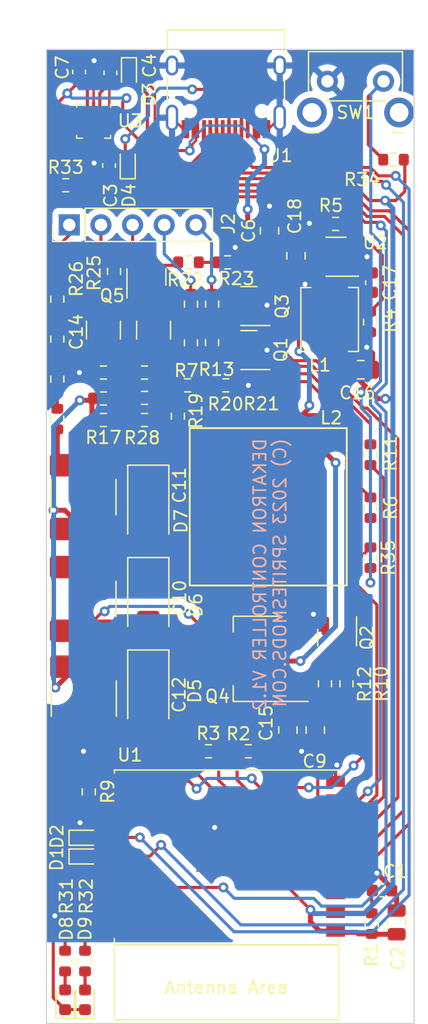
<source format=kicad_pcb>
(kicad_pcb (version 20221018) (generator pcbnew)
  (layers (0 "F.Cu" signal) (31 "B.Cu" signal) (34 "B.Paste" user) (35 "F.Paste" user) (36 "B.SilkS" user "B.Silkscreen") (37 "F.SilkS" user "F.Silkscreen") (38 "B.Mask" user) (39 "F.Mask" user) (44 "Edge.Cuts" user))
  (net 0 "")
  (net 1 "Net-(D4-A2)")
  (net 2 "GND")
  (net 3 "Net-(D3-A2)")
  (net 4 "+3V3")
  (net 5 "VUSB")
  (net 6 "PWM")
  (net 7 "USB_DM")
  (net 8 "USB_DP")
  (net 9 "Net-(D5-A)")
  (net 10 "Net-(D6-K)")
  (net 11 "400V")
  (net 12 "50V")
  (net 13 "G1")
  (net 14 "G2")
  (net 15 "Net-(U2-SW)")
  (net 16 "Net-(Q1-B)")
  (net 17 "ESP_SCL")
  (net 18 "ESP_SDA")
  (net 19 "V_HV")
  (net 20 "100V")
  (net 21 "G2CTL")
  (net 22 "G1CTL")
  (net 23 "POSDET")
  (net 24 "Net-(R24-Pad2)")
  (net 25 "Net-(U1-EN{slash}CHIP_PU)")
  (net 26 "Net-(J2-Pin_1)")
  (net 29 "Net-(Q2-B)")
  (net 30 "Net-(Q2-C)")
  (net 31 "Net-(Q3-B)")
  (net 32 "Net-(Q5-C)")
  (net 33 "Net-(R7-Pad2)")
  (net 34 "Net-(R13-Pad2)")
  (net 35 "Net-(R15-Pad2)")
  (net 36 "Net-(R16-Pad2)")
  (net 37 "Net-(R17-Pad2)")
  (net 38 "Net-(R18-Pad2)")
  (net 39 "Net-(R19-Pad2)")
  (net 40 "Net-(R27-Pad1)")
  (net 42 "Net-(U2-BS)")
  (net 43 "Net-(D8-A)")
  (net 44 "Net-(U2-FB)")
  (net 45 "200V")
  (net 46 "ESP_INT")
  (net 47 "Net-(D9-A)")
  (net 48 "Net-(U1-GPIO1{slash}ADC1_CH1{slash}XTAL_32K_N)")
  (net 49 "Net-(U1-GPIO9)")
  (net 50 "Net-(J2-Pin_3)")
  (net 51 "Net-(U1-GPIO0{slash}ADC1_CH0{slash}XTAL_32K_P)")
  (footprint "Resistor_SMD:R_0603_1608Metric" (layer "F.Cu") (at 123.9 102.25 -90)
    (fp_text reference "R9")
    (fp_text value "10K")
  )
  (footprint "Capacitor_SMD:C_0805_2012Metric" (layer "F.Cu") (at 142.075 97.3 -90)
    (fp_text reference "C9")
    (fp_text value "10uF/16V")
  )
  (footprint "Diode_SMD:D_SOD-523" (layer "F.Cu") (at 123.575 107.425)
    (fp_text reference "D1")
    (fp_text value "LESD5D5.0CT1G")
  )
  (footprint "Resistor_SMD:R_0603_1608Metric" (layer "F.Cu") (at 125.075 72.475)
    (fp_text reference "R17")
    (fp_text value "680K")
  )
  (footprint "Resistor_SMD:R_0603_1608Metric" (layer "F.Cu") (at 146.6 112.8 90)
    (fp_text reference "R1")
    (fp_text value "10K")
  )
  (footprint "Resistor_SMD:R_0603_1608Metric" (layer "F.Cu") (at 122 115.8 -90)
    (fp_text reference "R31")
    (fp_text value "1K")
  )
  (footprint "Capacitor_SMD:C_2220_5650Metric" (layer "F.Cu") (at 123.475 86.8 -90)
    (fp_text reference "C10")
    (fp_text value "1u/250V")
  )
  (footprint "Resistor_SMD:R_0603_1608Metric" (layer "F.Cu") (at 146.5 75.25 90)
    (fp_text reference "R11")
    (fp_text value "1K")
  )
  (footprint "Resistor_SMD:R_0603_1608Metric" (layer "F.Cu") (at 128.375 70.7 180)
    (fp_text reference "R28")
    (fp_text value "33K")
  )
  (footprint "Inductor_SMD:L_Chilisin_BMRA00040420" (layer "F.Cu") (at 143.225 64.425 -90)
    (fp_text reference "L1")
    (fp_text value "WCH0420-4u7")
  )
  (footprint "Capacitor_SMD:C_0603_1608Metric" (layer "F.Cu") (at 147.425 110.15)
    (fp_text reference "C1")
    (fp_text value "1u")
  )
  (footprint "Capacitor_SMD:C_0805_2012Metric" (layer "F.Cu") (at 148.6 112.7 90)
    (fp_text reference "C2")
    (fp_text value "10u")
  )
  (footprint "Capacitor_SMD:C_0603_1608Metric" (layer "F.Cu") (at 146.625 61.475 -90)
    (fp_text reference "C17")
    (fp_text value "22n")
  )
  (footprint "Connector_PinHeader_2.54mm:PinHeader_1x05_P2.54mm_Vertical" (layer "F.Cu") (at 122.335 56.85 90)
    (fp_text reference "J2")
    (fp_text value "Conn_01x05")
  )
  (footprint "LED_SMD:LED_0603_1608Metric" (layer "F.Cu") (at 123.6 118.9 90)
    (fp_text reference "D9")
    (fp_text value "LED")
  )
  (footprint "Resistor_SMD:R_0603_1608Metric" (layer "F.Cu") (at 125.075 68.675 180)
    (fp_text reference "R30" hide)
    (fp_text value "33K")
  )
  (footprint "Resistor_SMD:R_0603_1608Metric" (layer "F.Cu") (at 131.9 59.85)
    (fp_text reference "R22")
    (fp_text value "120K")
  )
  (footprint "Resistor_SMD:R_0603_1608Metric" (layer "F.Cu") (at 133.5 99)
    (fp_text reference "R3")
    (fp_text value "4K7")
  )
  (footprint "Connector_USB:USB_C_Receptacle_HRO_TYPE-C-31-M-12" (layer "F.Cu") (at 134.9 45.14 180)
    (fp_text reference "J1")
    (fp_text value "USB_C_Receptacle_USB2.0")
  )
  (footprint "Resistor_SMD:R_0603_1608Metric" (layer "F.Cu") (at 125.075 70.75 180)
    (fp_text reference "R27" hide)
    (fp_text value "33K")
  )
  (footprint "Resistor_SMD:R_0603_1608Metric" (layer "F.Cu") (at 123.6 115.8 90)
    (fp_text reference "R32")
    (fp_text value "1K")
  )
  (footprint "Package_TO_SOT_SMD:SOT-23" (layer "F.Cu") (at 136.75 63.35 180)
    (fp_text reference "Q3")
    (fp_text value "MMBTA42")
  )
  (footprint "Package_DFN_QFN:WQFN-14-1EP_2.5x2.5mm_P0.5mm_EP1.45x1.45mm" (layer "F.Cu") (at 124.2875 48.55 -90)
    (fp_text reference "U3")
    (fp_text value "FUSB302B01MPX")
  )
  (footprint "Resistor_SMD:R_0603_1608Metric" (layer "F.Cu") (at 148.35 51.625)
    (fp_text reference "R34")
    (fp_text value "1K")
  )
  (footprint "Diode_SMD:D_SMA" (layer "F.Cu") (at 128.675 79.6 -90)
    (fp_text reference "D7")
    (fp_text value "ES2J")
  )
  (footprint "Resistor_SMD:R_0603_1608Metric" (layer "F.Cu") (at 146.5 79.5 90)
    (fp_text reference "R6")
    (fp_text value "1K")
  )
  (footprint "jeroen:Inductor_CYH127" (layer "F.Cu") (at 138.3 79.425 -90)
    (fp_text reference "L2")
    (fp_text value "470uH/0.6A")
  )
  (footprint "Resistor_SMD:R_0603_1608Metric" (layer "F.Cu") (at 133.79 66.275 90)
    (fp_text reference "R13")
    (fp_text value "220K")
  )
  (footprint "Capacitor_SMD:C_0805_2012Metric" (layer "F.Cu") (at 145.725 68.45)
    (fp_text reference "C16")
    (fp_text value "10u")
  )
  (footprint "jeroen:PG-SOT-223" (layer "F.Cu") (at 137.4 91.6 180)
    (fp_text reference "Q4")
    (fp_text value "IPN70R750P7S")
  )
  (footprint "Package_TO_SOT_SMD:SOT-23" (layer "F.Cu") (at 128.525 61.025 90)
    (fp_text reference "Q5")
    (fp_text value "MMBTA92")
  )
  (footprint "Resistor_SMD:R_0603_1608Metric" (layer "F.Cu") (at 125.925 60.575 -90)
    (fp_text reference "R25")
    (fp_text value "120K")
  )
  (footprint "Capacitor_SMD:C_0805_2012Metric" (layer "F.Cu") (at 140.525 59.325 -90)
    (fp_text reference "C18")
    (fp_text value "10uF/16V")
  )
  (footprint "Resistor_SMD:R_0603_1608Metric" (layer "F.Cu") (at 135.05 59.85)
    (fp_text reference "R23")
    (fp_text value "6K8")
  )
  (footprint "Resistor_SMD:R_0603_1608Metric" (layer "F.Cu") (at 132.1 66.3 90)
    (fp_text reference "R7")
    (fp_text value "220K")
  )
  (footprint "Capacitor_SMD:C_0805_2012Metric" (layer "F.Cu") (at 139.875 97.3 -90)
    (fp_text reference "C15")
    (fp_text value "10uF/16V")
  )
  (footprint "Package_TO_SOT_SMD:SOT-23" (layer "F.Cu") (at 143.825 89.9 -90)
    (fp_text reference "Q2")
    (fp_text value "S8050_SOT23")
  )
  (footprint "Resistor_SMD:R_0603_1608Metric" (layer "F.Cu") (at 121.375 66 90)
    (fp_text reference "R24" hide)
    (fp_text value "180K")
  )
  (footprint "Resistor_SMD:R_0603_1608Metric" (layer "F.Cu") (at 143.7 56.775 180)
    (fp_text reference "R5")
    (fp_text value "27K")
  )
  (footprint "Diode_SMD:D_SMA" (layer "F.Cu") (at 128.675 94.4 -90)
    (fp_text reference "D5")
    (fp_text value "ES2J")
  )
  (footprint "Button_Switch_THT:SW_SPST_Omron_B3F-315x_Angled" (layer "F.Cu") (at 143.049999 45.35)
    (fp_text reference "SW1")
    (fp_text value "SW_Push")
  )
  (footprint "Resistor_SMD:R_0603_1608Metric" (layer "F.Cu") (at 131.05 72.175 90)
    (fp_text reference "R19")
    (fp_text value "680K")
  )
  (footprint "Diode_SMD:D_SOD-523" (layer "F.Cu") (at 127.025 51.9 90)
    (fp_text reference "D4")
    (fp_text value "LESD5D5.0CT1G")
  )
  (footprint "Resistor_SMD:R_0603_1608Metric" (layer "F.Cu") (at 134.9 69.7)
    (fp_text reference "R21")
    (fp_text value "6K8")
  )
  (footprint "Resistor_SMD:R_0603_1608Metric" (layer "F.Cu") (at 131.825 69.7)
    (fp_text reference "R20")
    (fp_text value "680K")
  )
  (footprint "Diode_SMD:D_SMA" (layer "F.Cu") (at 128.675 87 -90)
    (fp_text reference "D6")
    (fp_text value "ES2J")
  )
  (footprint "Resistor_SMD:R_0603_1608Metric" (layer "F.Cu") (at 128.375 72.475)
    (fp_text reference "R18" hide)
    (fp_text value "680K")
  )
  (footprint "Capacitor_SMD:C_2220_5650Metric" (layer "F.Cu") (at 123.475 78.65 -90)
    (fp_text reference "C11")
    (fp_text value "1u/250V")
  )
  (footprint "Capacitor_SMD:C_0603_1608Metric" (layer "F.Cu") (at 125.525 52.1 -90)
    (fp_text reference "C3")
    (fp_text value "200p")
  )
  (footprint "LED_SMD:LED_0603_1608Metric" (layer "F.Cu") (at 122 118.9 90)
    (fp_text reference "D8")
    (fp_text value "LED")
  )
  (footprint "Package_TO_SOT_SMD:SOT-23-6" (layer "F.Cu") (at 143.7375 59.4 180)
    (fp_text reference "U2")
    (fp_text value "MT2492")
  )
  (footprint "Resistor_SMD:R_0603_1608Metric" (layer "F.Cu") (at 121.375 62.8 90)
    (fp_text reference "R26")
    (fp_text value "180K")
  )
  (footprint "Resistor_SMD:R_0603_1608Metric" (layer "F.Cu") (at 122.05 53.675)
    (fp_text reference "R33")
    (fp_text value "4K7")
  )
  (footprint "Capacitor_SMD:C_1210_3225Metric" (layer "F.Cu") (at 129.1 65.275 90)
    (fp_text reference "C13" hide)
    (fp_text value "1u/100V")
  )
  (footprint "Capacitor_SMD:C_0603_1608Metric" (layer "F.Cu") (at 123.125 44.6 90)
    (fp_text reference "C7")
    (fp_text value "1u")
  )
  (footprint "Resistor_SMD:R_0603_1608Metric" (layer "F.Cu") (at 146.475 64.625 90)
    (fp_text reference "R4")
    (fp_text value "120K")
  )
  (footprint "Resistor_SMD:R_0603_1608Metric" (layer "F.Cu") (at 121.375 72.4 90)
    (fp_text reference "R15" hide)
    (fp_text value "180K")
  )
  (footprint "Diode_SMD:D_SOD-523" (layer "F.Cu") (at 123.575 105.925)
    (fp_text reference "D2")
    (fp_text value "LESD5D5.0CT1G")
  )
  (footprint "Resistor_SMD:R_0603_1608Metric" (layer "F.Cu") (at 132.1 63.2 90)
    (fp_text reference "R8" hide)
    (fp_text value "220K")
  )
  (footprint "Capacitor_SMD:C_1210_3225Metric" (layer "F.Cu") (at 125.075 65.275 -90)
    (fp_text reference "C14")
    (fp_text value "1u/100V")
  )
  (footprint "Espressif:ESP32-C3-WROOM-02" (layer "F.Cu") (at 134.95 107.5 180)
    (fp_text reference "U1")
    (fp_text value "ESP32-C3-WROOM-02")
  )
  (footprint "Diode_SMD:D_SOD-523" (layer "F.Cu") (at 127.125 44.725 -90)
    (fp_text reference "D3")
    (fp_text value "LESD5D5.0CT1G")
  )
  (footprint "Resistor_SMD:R_0603_1608Metric" (layer "F.Cu") (at 128.375 68.675 180)
    (fp_text reference "R29" hide)
    (fp_text value "33K")
  )
  (footprint "Resistor_SMD:R_0603_1608Metric" (layer "F.Cu") (at 146.5 83.5 -90)
    (fp_text reference "R35")
    (fp_text value "470R")
  )
  (footprint "Capacitor_SMD:C_0805_2012Metric" (layer "F.Cu") (at 138.4 57.325 90)
    (fp_text reference "C6")
    (fp_text value "10uF/16V")
  )
  (footprint "Resistor_SMD:R_0603_1608Metric" (layer "F.Cu") (at 133.8 63.2 90)
    (fp_text reference "R14" hide)
    (fp_text value "220K")
  )
  (footprint "Package_TO_SOT_SMD:SOT-23" (layer "F.Cu") (at 136.75 66.875 180)
    (fp_text reference "Q1")
    (fp_text value "MMBTA42")
  )
  (footprint "Resistor_SMD:R_0603_1608Metric" (layer "F.Cu") (at 142.85 93.6 90)
    (fp_text reference "R12")
    (fp_text value "680R")
  )
  (footprint "Resistor_SMD:R_0603_1608Metric" (layer "F.Cu") (at 144.575 93.6 90)
    (fp_text reference "R10")
    (fp_text value "1K")
  )
  (footprint "Capacitor_SMD:C_0603_1608Metric" (layer "F.Cu") (at 125.635 44.675 90)
    (fp_text reference "C4")
    (fp_text value "200p")
  )
  (footprint "Resistor_SMD:R_0603_1608Metric" (layer "F.Cu") (at 136.7 99 180)
    (fp_text reference "R2")
    (fp_text value "4K7")
  )
  (footprint "Capacitor_SMD:C_2220_5650Metric" (layer "F.Cu") (at 123.5 94.775 -90)
    (fp_text reference "C12")
    (fp_text value "1u/250V")
  )
  (footprint "Resistor_SMD:R_0603_1608Metric" (layer "F.Cu") (at 121.375 69.2 90)
    (fp_text reference "R16" hide)
    (fp_text value "180K")
  )
  (gr_line (start 120.5 42.8) (end 150 42.8) (stroke (width 0.1)) (layer "Edge.Cuts"))
  (gr_line (start 150 42.8) (end 150 120.8) (stroke (width 0.1)) (layer "Edge.Cuts"))
  (gr_line (start 120.5 120.8) (end 120.5 42.8) (stroke (width 0.1)) (layer "Edge.Cuts"))
  (gr_line (start 150 120.8) (end 120.5 120.8) (stroke (width 0.1)) (layer "Edge.Cuts"))
  (gr_text "DEKATRON CONTROLLER V1.2\n(C) 2023 SPRITESMODS.COM" (at 139.825 73.85 90) (layer "B.SilkS") (effects (font (size 1 1)) (justify left bottom mirror)))
  (segment (start 125.55 51.3) (end 125.525 51.325) (width 0.2) (layer "F.Cu") (net 1))
  (segment (start 136.15 46.55) (end 135.6 46) (width 0.25) (layer "F.Cu") (net 1))
  (segment (start 136.15 49.185) (end 136.15 46.55) (width 0.25) (layer "F.Cu") (net 1))
  (segment (start 135.6 46) (end 132.2 46) (width 0.25) (layer "F.Cu") (net 1))
  (segment (start 125.525 51.325) (end 126.9 51.325) (width 0.25) (layer "F.Cu") (net 1))
  (segment (start 124.7875 49.8125) (end 124.7875 50.5875) (width 0.25) (layer "F.Cu") (net 1))
  (segment (start 126.825 49.975) (end 126.825 51) (width 0.25) (layer "F.Cu") (net 1))
  (segment (start 124.7875 50.5875) (end 125.525 51.325) (width 0.25) (layer "F.Cu") (net 1))
  (segment (start 126.825 51) (end 127.025 51.2) (width 0.25) (layer "F.Cu") (net 1))
  (segment (start 125.55 49.3) (end 125.55 51.3) (width 0.2) (layer "F.Cu") (net 1))
  (segment (start 126.9 51.325) (end 127.025 51.2) (width 0.25) (layer "F.Cu") (net 1))
  (via (at 132.2 46) (size 0.8) (drill 0.4) (layers "F.Cu" "B.Cu") (net 1))
  (via (at 126.825 49.975) (size 0.8) (drill 0.4) (layers "F.Cu" "B.Cu") (net 1))
  (segment (start 132.2 46) (end 132.1 45.9) (width 0.25) (layer "B.Cu") (net 1))
  (segment (start 132.1 45.9) (end 129.575 45.9) (width 0.25) (layer "B.Cu") (net 1))
  (segment (start 128.7 48.1) (end 126.825 49.975) (width 0.25) (layer "B.Cu") (net 1))
  (segment (start 129.575 45.9) (end 128.7 46.775) (width 0.25) (layer "B.Cu") (net 1))
  (segment (start 128.7 46.775) (end 128.7 48.1) (width 0.25) (layer "B.Cu") (net 1))
  (segment (start 143.7 101.4) (end 143.7 100.2) (width 0.25) (layer "F.Cu") (net 2))
  (segment (start 122 119.6875) (end 123.6 119.6875) (width 0.25) (layer "F.Cu") (net 2))
  (segment (start 124.2 43.825) (end 124.325 43.7) (width 0.25) (layer "F.Cu") (net 2))
  (segment (start 148.2 110.15) (end 148.2 109.942069) (width 0.4) (layer "F.Cu") (net 2))
  (segment (start 132.89 108.3) (end 132.89 106.1) (width 0.25) (layer "F.Cu") (net 2))
  (segment (start 146.675 67.125) (end 146.2 66.65) (width 0.4) (layer "F.Cu") (net 2))
  (segment (start 148.6 110.55) (end 148.2 110.15) (width 0.4) (layer "F.Cu") (net 2))
  (segment (start 122.875 107.425) (end 122.875 105.925) (width 0.25) (layer "F.Cu") (net 2))
  (segment (start 127 43.9) (end 127.125 44.025) (width 0.25) (layer "F.Cu") (net 2))
  (segment (start 124.2875 51.8625) (end 124.325 51.9) (width 0.25) (layer "F.Cu") (net 2))
  (segment (start 140.55 89.3) (end 141.9 89.3) (width 0.25) (layer "F.Cu") (net 2))
  (segment (start 135.09 108.3) (end 132.89 108.3) (width 0.25) (layer "F.Cu") (net 2))
  (segment (start 137.675 62.425) (end 137.675 62.75) (width 0.25) (layer "F.Cu") (net 2))
  (segment (start 134.04 106.1) (end 134.04 105.14) (width 0.25) (layer "F.Cu") (net 2))
  (segment (start 126.75 52.875) (end 127.025 52.6) (width 0.25) (layer "F.Cu") (net 2))
  (segment (start 141.25 89.3) (end 141.425 89.125) (width 0.25) (layer "F.Cu") (net 2))
  (segment (start 124.15 67.675) (end 125.075 66.75) (width 0.25) (layer "F.Cu") (net 2))
  (segment (start 122.875 105.05) (end 123.2 104.725) (width 0.25) (layer "F.Cu") (net 2))
  (segment (start 121.05 112.3) (end 121.175 112.175) (width 0.25) (layer "F.Cu") (net 2))
  (segment (start 137.675 66.35) (end 138.2 66.875) (width 0.25) (layer "F.Cu") (net 2))
  (segment (start 123.7875 49.8125) (end 123.7875 51.3625) (width 0.25) (layer "F.Cu") (net 2))
  (segment (start 141.27 89.32) (end 141.25 89.3) (width 0.25) (layer "F.Cu") (net 2))
  (segment (start 124.2875 49.8125) (end 124.2875 51.8625) (width 0.25) (layer "F.Cu") (net 2))
  (segment (start 141.9 89.3) (end 141.9 88.05) (width 0.25) (layer "F.Cu") (net 2))
  (segment (start 141.25 89.3) (end 141.3 89.3) (width 0.25) (layer "F.Cu") (net 2))
  (segment (start 140.975 98.25) (end 139.875 98.25) (width 0.25) (layer "F.Cu") (net 2))
  (segment (start 142.875 56.775) (end 141.65 56.775) (width 0.25) (layer "F.Cu") (net 2))
  (segment (start 140.975 98.25) (end 140.975 99) (width 0.25) (layer "F.Cu") (net 2))
  (segment (start 148.2 109.942069) (end 147.016313 108.758382) (width 0.4) (layer "F.Cu") (net 2))
  (segment (start 134.04 107.2) (end 134.04 106.1) (width 0.25) (layer "F.Cu") (net 2))
  (segment (start 138.15 49.185) (end 138.305 49.185) (width 0.2) (layer "F.Cu") (net 2))
  (segment (start 141.9 88.05) (end 141.925 88.025) (width 0.25) (layer "F.Cu") (net 2))
  (segment (start 134.04 105.14) (end 134 105.1) (width 0.25) (layer "F.Cu") (net 2))
  (segment (start 125.635 43.9) (end 124.525 43.9) (width 0.25) (layer "F.Cu") (net 2))
  (segment (start 135.425 69.8) (end 136.975 69.8) (width 0.25) (layer "F.Cu") (net 2))
  (segment (start 124.15 68.675) (end 124.15 67.675) (width 0.25) (layer "F.Cu") (net 2))
  (segment (start 132.89 106.1) (end 135.09 106.1) (width 0.25) (layer "F.Cu") (net 2))
  (segment (start 138.4 56.375) (end 138.4 55.35) (width 0.4) (layer "F.Cu") (net 2))
  (segment (start 125.635 43.9) (end 127 43.9) (width 0.25) (layer "F.Cu") (net 2))
  (segment (start 123.475 97.15) (end 123.475 99) (width 0.25) (layer "F.Cu") (net 2))
  (segment (start 135.875 58.875) (end 135.65 58.65) (width 0.25) (layer "F.Cu") (net 2))
  (segment (start 137.675 62.75) (end 138.2 63.275) (width 0.25) (layer "F.Cu") (net 2))
  (segment (start 122 119.6875) (end 121.05 118.7375) (width 0.25) (layer "F.Cu") (net 2))
  (segment (start 135.09 106.1) (end 135.09 108.3) (width 0.25) (layer "F.Cu") (net 2))
  (segment (start 148.6 111.75) (end 148.6 110.55) (width 0.4) (layer "F.Cu") (net 2))
  (segment (start 135.725 69.7) (end 136.7 69.7) (width 0.25) (layer "F.Cu") (net 2))
  (segment (start 142.5375 89.3) (end 142.875 88.9625) (width 0.25) (layer "F.Cu") (net 2))
  (segment (start 123.7875 51.3625) (end 124.325 51.9) (width 0.25) (layer "F.Cu") (net 2))
  (segment (start 140.525 60.875) (end 141.25 61.6) (width 0.4) (layer "F.Cu") (net 2))
  (segment (start 143.7 100.2) (end 143.8 100.1) (width 0.25) (layer "F.Cu") (net 2))
  (segment (start 141.65 56.775) (end 141.6 56.725) (width 0.25) (layer "F.Cu") (net 2))
  (segment (start 125.525 52.875) (end 126.75 52.875) (width 0.25) (layer "F.Cu") (net 2))
  (segment (start 146.675 68.45) (end 146.675 67.125) (width 0.4) (layer "F.Cu") (net 2))
  (segment (start 131.65 49.185) (end 131.495 49.185) (width 0.2) (layer "F.Cu") (net 2))
  (segment (start 140.525 60.275) (end 140.525 60.875) (width 0.4) (layer "F.Cu") (net 2))
  (segment (start 135.875 59.85) (end 135.875 58.875) (width 0.25) (layer "F.Cu") (net 2))
  (segment (start 125.3 52.875) (end 124.325 51.9) (width 0.25) (layer "F.Cu") (net 2))
  (segment (start 146.225 59.4) (end 144.875 59.4) (width 0.4) (layer "F.Cu") (net 2))
  (segment (start 131.495 49.185) (end 130.58 48.27) (width 0.2) (layer "F.Cu") (net 2))
  (segment (start 138.305 49.185) (end 139.22 48.27) (width 0.2) (layer "F.Cu") (net 2))
  (segment (start 121.05 118.7375) (end 121.05 112.3) (width 0.25) (layer "F.Cu") (net 2))
  (segment (start 137.675 65.925) (end 137.675 66.35) (width 0.25) (layer "F.Cu") (net 2))
  (segment (start 124.15 68.675) (end 123.15 68.675) (width 0.25) (layer "F.Cu") (net 2))
  (segment (start 122.875 105.925) (end 122.875 105.05) (width 0.25) (layer "F.Cu") (net 2))
  (segment (start 124.2875 48.55) (end 124.2875 49.8125) (width 0.25) (layer "F.Cu") (net 2))
  (segment (start 142.075 98.25) (end 140.975 98.25) (width 0.25) (layer "F.Cu") (net 2))
  (segment (start 124.525 43.9) (end 124.325 43.7) (width 0.25) (layer "F.Cu") (net 2))
  (segment (start 125.525 52.875) (end 125.3 52.875) (width 0.25) (layer "F.Cu") (net 2))
  (segment (start 123.125 43.825) (end 124.2 43.825) (width 0.25) (layer "F.Cu") (net 2))
  (segment (start 141.9 89.3) (end 142.5375 89.3) (width 0.25) (layer "F.Cu") (net 2))
  (via (at 138.2 66.875) (size 0.8) (drill 0.4) (layers "F.Cu" "B.Cu") (net 2))
  (via (at 143.8 100.1) (size 0.8) (drill 0.4) (layers "F.Cu" "B.Cu") (net 2))
  (via (at 124.325 51.9) (size 0.8) (drill 0.4) (layers "F.Cu" "B.Cu") (net 2))
  (via (at 146.2 66.65) (size 0.8) (drill 0.4) (layers "F.Cu" "B.Cu") (net 2))
  (via (at 123.2 104.725) (size 0.8) (drill 0.4) (layers "F.Cu" "B.Cu") (net 2))
  (via (at 123.475 99) (size 0.8) (drill 0.4) (layers "F.Cu" "B.Cu") (net 2))
  (via (at 136.7 69.7) (size 0.8) (drill 0.4) (layers "F.Cu" "B.Cu") (net 2))
  (via (at 123.15 68.675) (size 0.8) (drill 0.4) (layers "F.Cu" "B.Cu") (net 2))
  (via (at 140.975 99) (size 0.8) (drill 0.4) (layers "F.Cu" "B.Cu") (net 2))
  (via (at 141.925 88.025) (size 0.8) (drill 0.4) (layers "F.Cu" "B.Cu") (net 2))
  (via (at 134 105.1) (size 0.8) (drill 0.4) (layers "F.Cu" "B.Cu") (net 2))
  (via (at 141.25 61.6) (size 0.8) (drill 0.4) (layers "F.Cu" "B.Cu") (net 2))
  (via (at 138.4 55.35) (size 0.8) (drill 0.4) (layers "F.Cu" "B.Cu") (net 2))
  (via (at 121.175 112.175) (size 0.8) (drill 0.4) (layers "F.Cu" "B.Cu") (net 2))
  (via (at 124.325 43.7) (size 0.8) (drill 0.4) (layers "F.Cu" "B.Cu") (net 2))
  (via (at 135.65 58.65) (size 0.8) (drill 0.4) (layers "F.Cu" "B.Cu") (net 2))
  (via (at 138.2 63.275) (size 0.8) (drill 0.4) (layers "F.Cu" "B.Cu") (net 2))
  (via (at 146.225 59.4) (size 0.8) (drill 0.4) (layers "F.Cu" "B.Cu") (net 2))
  (via (at 141.6 56.725) (size 0.8) (drill 0.4) (layers "F.Cu" "B.Cu") (net 2))
  (via (at 147.016313 108.758382) (size 0.8) (drill 0.4) (layers "F.Cu" "B.Cu") (net 2))
  (segment (start 130.7 52) (end 128.6 49.9) (width 0.25) (layer "F.Cu") (net 3))
  (segment (start 125.55 47.8) (end 125.55 45.535) (width 0.2) (layer "F.Cu") (net 3))
  (segment (start 124.7875 47.2875) (end 124.7875 46.2975) (width 0.25) (layer "F.Cu") (net 3))
  (segment (start 133.15 49.185) (end 133.1 49.235) (width 0.25) (layer "F.Cu") (net 3))
  (segment (start 133.1 49.235) (end 133.1 51) (width 0.25) (layer "F.Cu") (net 3))
  (segment (start 132.1 52) (end 130.7 52) (width 0.25) (layer "F.Cu") (net 3))
  (segment (start 127.675 45.45) (end 125.635 45.45) (width 0.25) (layer "F.Cu") (net 3))
  (segment (start 125.55 45.535) (end 125.635 45.45) (width 0.2) (layer "F.Cu") (net 3))
  (segment (start 124.7875 46.2975) (end 125.635 45.45) (width 0.25) (layer "F.Cu") (net 3))
  (segment (start 128.6 49.9) (end 128.6 46.375) (width 0.25) (layer "F.Cu") (net 3))
  (segment (start 133.1 51) (end 132.1 52) (width 0.25) (layer "F.Cu") (net 3))
  (segment (start 128.6 46.375) (end 127.675 45.45) (width 0.25) (layer "F.Cu") (net 3))
  (segment (start 132.675 100.55) (end 132.675 99) (width 0.25) (layer "F.Cu") (net 4))
  (segment (start 138.1 108.1) (end 138.1 106.3) (width 0.25) (layer "F.Cu") (net 4))
  (segment (start 138.1 106.3) (end 132.675 100.875) (width 0.25) (layer "F.Cu") (net 4))
  (segment (start 145.75 70) (end 146.0375 69.7125) (width 0.25) (layer "F.Cu") (net 4))
  (segment (start 146.0375 69.7125) (end 144.775 68.45) (width 0.4) (layer "F.Cu") (net 4))
  (segment (start 149.258805 51.708805) (end 149.258805 54.1665) (width 0.25) (layer "F.Cu") (net 4))
  (segment (start 149.258805 54.1665) (end 148.525305 54.9) (width 0.25) (layer "F.Cu") (net 4))
  (segment (start 143.8 113.5) (end 143.7 113.4) (width 0.4) (layer "F.Cu") (net 4))
  (segment (start 146.6 113.625) (end 145.525 113.625) (width 0.4) (layer "F.Cu") (net 4))
  (segment (start 121.4 47.1) (end 123.125 45.375) (width 0.25) (layer "F.Cu") (net 4))
  (segment (start 121.4 48.375) (end 121.4 47.825) (width 0.25) (layer "F.Cu") (net 4))
  (segment (start 126.675 48.8) (end 127.425 49.55) (width 0.2) (layer "F.Cu") (net 4))
  (segment (start 141.6875 111.6875) (end 141.6875 112.6625) (width 0.4) (layer "F.Cu") (net 4))
  (segment (start 149.175 51.625) (end 149.258805 51.708805) (width 0.25) (layer "F.Cu") (net 4))
  (segment (start 145.4 113.5) (end 143.8 113.5) (width 0.4) (layer "F.Cu") (net 4))
  (segment (start 147.7 70.775) (end 147.1 70.775) (width 0.4) (layer "F.Cu") (net 4))
  (segment (start 144.05 65.45) (end 146.475 65.45) (width 0.25) (layer "F.Cu") (net 4))
  (segment (start 145.525 113.625) (end 145.4 113.5) (width 0.4) (layer "F.Cu") (net 4))
  (segment (start 145.75 70.25) (end 145.75 70) (width 0.25) (layer "F.Cu") (net 4))
  (segment (start 133.3 97.7) (end 136.8 97.7) (width 0.25) (layer "F.Cu") (net 4))
  (segment (start 148.6 113.65) (end 146.625 113.65) (width 0.4) (layer "F.Cu") (net 4))
  (segment (start 132.675 98.325) (end 133.3 97.7) (width 0.25) (layer "F.Cu") (net 4))
  (segment (start 137.525 98.425) (end 137.525 99) (width 0.25) (layer "F.Cu") (net 4))
  (segment (start 146.4 54.9) (end 147.675 54.9) (width 0.25) (layer "F.Cu") (net 4))
  (segment (start 121.4 47.825) (end 121.4 47.1) (width 0.25) (layer "F.Cu") (net 4))
  (segment (start 127.425 49.55) (end 131.025 53.15) (width 0.25) (layer "F.Cu") (net 4))
  (segment (start 132.675 100.875) (end 132.675 100.55) (width 0.25) (layer "F.Cu") (net 4))
  (segment (start 124.775 100.55) (end 123.9 101.425) (width 0.25) (layer "F.Cu") (net 4))
  (segment (start 123.7875 47.2875) (end 123.7875 46.0375) (width 0.25) (layer "F.Cu") (net 4))
  (segment (start 146.625 113.65) (end 146.6 113.625) (width 0.4) (layer "F.Cu") (net 4))
  (segment (start 121.225 48.55) (end 121.4 48.375) (width 0.25) (layer "F.Cu") (net 4))
  (segment (start 132.675 99) (end 132.675 98.325) (width 0.25) (layer "F.Cu") (net 4))
  (segment (start 121.225 53.675) (end 121.225 48.55) (width 0.25) (layer "F.Cu") (net 4))
  (segment (start 141.6875 112.6625) (end 142.425 113.4) (width 0.4) (layer "F.Cu") (net 4))
  (segment (start 126.625 48.75) (end 126.675 48.8) (width 0.2) (layer "F.Cu") (net 4))
  (segment (start 146.5 84.325) (end 146.5 85.5) (width 0.25) (layer "F.Cu") (net 4))
  (segment (start 141.6875 111.6875) (end 138.1 108.1) (width 0.25) (layer "F.Cu") (net 4))
  (segment (start 123.025 47.8) (end 121.425 47.8) (width 0.25) (layer "F.Cu") (net 4))
  (segment (start 143.225 66.275) (end 143.225 66.9) (width 0.4) (layer "F.Cu") (net 4))
  (segment (start 126.625 48.3) (end 126.625 48.75) (width 0.2) (layer "F.Cu") (net 4))
  (segment (start 136.8 97.7) (end 137.525 98.425) (width 0.25) (layer "F.Cu") (net 4))
  (segment (start 147.1 70.775) (end 146.0375 69.7125) (width 0.4) (layer "F.Cu") (net 4))
  (segment (start 126.625 47) (end 126.925 46.7) (width 0.25) (layer "F.Cu") (net 4))
  (segment (start 144.65 53.15) (end 146.4 54.9) (width 0.25) (layer "F.Cu") (net 4))
  (segment (start 126.625 48.3) (end 126.625 47) (width 0.25) (layer "F.Cu") (net 4))
  (segment (start 121.425 47.8) (end 121.4 47.825) (width 0.25) (layer "F.Cu") (net 4))
  (segment (start 143.225 66.9) (end 144.775 68.45) (width 0.4) (layer "F.Cu") (net 4))
  (segment (start 142.425 113.4) (end 143.7 113.4) (width 0.4) (layer "F.Cu") (net 4))
  (segment (start 125.55 48.8) (end 126.675 48.8) (width 0.2) (layer "F.Cu") (net 4))
  (segment (start 123.7875 46.0375) (end 123.125 45.375) (width 0.25) (layer "F.Cu") (net 4))
  (segment (start 143.225 66.275) (end 144.05 65.45) (width 0.25) (layer "F.Cu") (net 4))
  (segment (start 125.55 48.3) (end 126.625 48.3) (width 0.2) (layer "F.Cu") (net 4))
  (segment (start 132.675 100.55) (end 124.775 100.55) (width 0.25) (layer "F.Cu") (net 4))
  (segment (start 148.525305 54.9) (end 147.675 54.9) (width 0.25) (layer "F.Cu") (net 4))
  (segment (start 131.025 53.15) (end 144.65 53.15) (width 0.25) (layer "F.Cu") (net 4))
  (via (at 126.925 46.7) (size 0.8) (drill 0.4) (layers "F.Cu" "B.Cu") (net 4))
  (via (at 145.75 70.25) (size 0.8) (drill 0.4) (layers "F.Cu" "B.Cu") (net 4))
  (via (at 122.175 46.325) (size 0.8) (drill 0.4) (layers "F.Cu" "B.Cu") (net 4))
  (via (at 141.6875 111.6875) (size 0.8) (drill 0.4) (layers "F.Cu" "B.Cu") (net 4))
  (via (at 147.7 70.775) (size 0.8) (drill 0.4) (layers "F.Cu" "B.Cu") (net 4))
  (via (at 146.5 85.5) (size 0.8) (drill 0.4) (layers "F.Cu" "B.Cu") (net 4))
  (via (at 147.675 54.9) (size 0.8) (drill 0.4) (layers "F.Cu" "B.Cu") (net 4))
  (segment (start 148.3 55.525) (end 148.3 70.775) (width 0.4) (layer "B.Cu") (net 4))
  (segment (start 145.967462 112) (end 142 112) (width 0.4) (layer "B.Cu") (net 4))
  (segment (start 142 112) (end 141.6875 111.6875) (width 0.4) (layer "B.Cu") (net 4))
  (segment (start 147.675 54.9) (end 148.3 55.525) (width 0.4) (layer "B.Cu") (net 4))
  (segment (start 148.3 70.775) (end 147.7 70.775) (width 0.4) (layer "B.Cu") (net 4))
  (segment (start 122.55 46.7) (end 122.175 46.325) (width 0.25) (layer "B.Cu") (net 4))
  (segment (start 146.5 85.5) (end 146.5 72.25) (width 0.25) (layer "B.Cu") (net 4))
  (segment (start 148.3 109.667462) (end 145.967462 112) (width 0.4) (layer "B.Cu") (net 4))
  (segment (start 146.5 72.25) (end 145.75 71.5) (width 0.25) (layer "B.Cu") (net 4))
  (segment (start 145.75 71.5) (end 145.75 70.25) (width 0.25) (layer "B.Cu") (net 4))
  (segment (start 148.3 70.775) (end 148.3 109.667462) (width 0.4) (layer "B.Cu") (net 4))
  (segment (start 126.925 46.7) (end 122.55 46.7) (width 0.25) (layer "B.Cu") (net 4))
  (segment (start 142.85 94.425) (end 142.85 95.7) (width 0.25) (layer "F.Cu") (net 5))
  (segment (start 140.875 91.775) (end 139.9 91.775) (width 0.4) (layer "F.Cu") (net 5))
  (segment (start 129.2 46.075) (end 129.2 49.5) (width 0.2) (layer "F.Cu") (net 5))
  (segment (start 132.2 50.4) (end 132.2 50.7) (width 0.2) (layer "F.Cu") (net 5))
  (segment (start 132.5 50.1) (end 132.2 50.4) (width 0.2) (layer "F.Cu") (net 5))
  (segment (start 141.6 71.3) (end 141.6 71.5) (width 0.4) (layer "F.Cu") (net 5))
  (segment (start 138 50.8) (end 137.35 50.15) (width 0.2) (layer "F.Cu") (net 5))
  (segment (start 132.5 49.235) (end 132.5 50.1) (width 0.2) (layer "F.Cu") (net 5))
  (segment (start 142.85 95.7) (end 142.15 96.4) (width 0.25) (layer "F.Cu") (net 5))
  (segment (start 138.7 95.175) (end 139.875 96.35) (width 0.4) (layer "F.Cu") (net 5))
  (segment (start 137.35 50.15) (end 137.35 49.185) (width 0.2) (layer "F.Cu") (net 5))
  (segment (start 142.525 58.375) (end 142.6 58.45) (width 0.4) (layer "F.Cu") (net 5))
  (segment (start 138.8 60.7) (end 138.842462 60.7) (width 0.4) (layer "F.Cu") (net 5))
  (segment (start 132.45 49.185) (end 132.5 49.235) (width 0.2) (layer "F.Cu") (net 5))
  (segment (start 137.4 59.3) (end 137.4 59.275) (width 0.4) (layer "F.Cu") (net 5))
  (segment (start 124.775 44.65) (end 127.775 44.65) (width 0.2) (layer "F.Cu") (net 5))
  (segment (start 124.2875 47.2875) (end 124.2875 45.1375) (width 0.2) (layer "F.Cu") (net 5))
  (segment (start 130.6 50.9) (end 129.2 49.5) (width 0.25) (layer "F.Cu") (net 5))
  (segment (start 138.5 74.6) (end 142.4 74.6) (width 0.4) (layer "F.Cu") (net 5))
  (segment (start 136.65 55.6) (end 136.65 58.55) (width 0.4) (layer "F.Cu") (net 5))
  (segment (start 142.4 74.6) (end 143.7 75.9) (width 0.4) (layer "F.Cu") (net 5))
  (segment (start 132 50.9) (end 130.6 50.9) (width 0.25) (layer "F.Cu") (net 5))
  (segment (start 124.2875 45.1375) (end 124.775 44.65) (width 0.2) (layer "F.Cu") (net 5))
  (segment (start 140.425 58.275) (end 140.525 58.375) (width 0.4) (layer "F.Cu") (net 5))
  (segment (start 127.775 44.65) (end 129.2 46.075) (width 0.2) (layer "F.Cu") (net 5))
  (segment (start 141.6 71.5) (end 138.5 74.6) (width 0.4) (layer "F.Cu") (net 5))
  (segment (start 140.8 62.657538) (end 140.8 66.975) (width 0.4) (layer "F.Cu") (net 5))
  (segment (start 136.65 58.55) (end 137.4 59.3) (width 0.4) (layer "F.Cu") (net 5))
  (segment (start 138.7 92.975) (end 138.7 95.175) (width 0.4) (layer "F.Cu") (net 5))
  (segment (start 142.6 58.45) (end 142.6 59.4) (width 0.4) (layer "F.Cu") (net 5))
  (segment (start 142.075 96.35) (end 139.875 96.35) (width 0.25) (layer "F.Cu") (net 5))
  (segment (start 138.842462 60.7) (end 140.8 62.657538) (width 0.4) (layer "F.Cu") (net 5))
  (segment (start 140.525 58.375) (end 142.525 58.375) (width 0.4) (layer "F.Cu") (net 5))
  (segment (start 138.4 58.275) (end 140.425 58.275) (width 0.4) (layer "F.Cu") (net 5))
  (segment (start 139.9 91.775) (end 138.7 92.975) (width 0.4) (layer "F.Cu") (net 5))
  (segment (start 132.2 50.7) (end 132 50.9) (width 0.2) (layer "F.Cu") (net 5))
  (segment (start 137.4 59.3) (end 138.8 60.7) (width 0.4) (layer "F.Cu") (net 5))
  (segment (start 137.4 59.275) (end 138.4 58.275) (width 0.4) (layer "F.Cu") (net 5))
  (via (at 132 50.9) (size 0.8) (drill 0.4) (layers "F.Cu" "B.Cu") (net 5))
  (via (at 136.65 55.6) (size 0.8) (drill 0.4) (layers "F.Cu" "B.Cu") (net 5))
  (via (at 143.7 75.9) (size 0.8) (drill 0.4) (layers "F.Cu" "B.Cu") (net 5))
  (via (at 141.6 71.3) (size 0.8) (drill 0.4) (layers "F.Cu" "B.Cu") (net 5))
  (via (at 138 50.8) (size 0.8) (drill 0.4) (layers "F.Cu" "B.Cu") (net 5))
  (via (at 140.875 91.775) (size 0.8) (drill 0.4) (layers "F.Cu" "B.Cu") (net 5))
  (via (at 140.8 66.975) (size 0.8) (drill 0.4) (layers "F.Cu" "B.Cu") (net 5))
  (segment (start 138 51.975) (end 138 50.8) (width 0.4) (layer "B.Cu") (net 5))
  (segment (start 132 50.2) (end 133.3 48.9) (width 0.2) (layer "B.Cu") (net 5))
  (segment (start 143.7 75.9) (end 143.7 89) (width 0.4) (layer "B.Cu") (net 5))
  (segment (start 140.925 91.775) (end 140.875 91.775) (width 0.4) (layer "B.Cu") (net 5))
  (segment (start 143.7 89) (end 140.925 91.775) (width 0.4) (layer "B.Cu") (net 5))
  (segment (start 136.65 53.325) (end 138 51.975) (width 0.4) (layer "B.Cu") (net 5))
  (segment (start 141.6 67.775) (end 141.6 71.3) (width 0.4) (layer "B.Cu") (net 5))
  (segment (start 140.8 66.975) (end 141.6 67.775) (width 0.4) (layer "B.Cu") (net 5))
  (segment (start 132 50.9) (end 132 50.2) (width 0.2) (layer "B.Cu") (net 5))
  (segment (start 136.1 48.9) (end 138 50.8) (width 0.2) (layer "B.Cu") (net 5))
  (segment (start 133.3 48.9) (end 136.1 48.9) (width 0.2) (layer "B.Cu") (net 5))
  (segment (start 136.65 55.6) (end 136.65 53.325) (width 0.4) (layer "B.Cu") (net 5))
  (segment (start 123.9 103.075) (end 125.925 103.075) (width 0.25) (layer "F.Cu") (net 6))
  (segment (start 142.275 100.25) (end 144.575 97.95) (width 0.25) (layer "F.Cu") (net 6))
  (segment (start 127 103) (end 128 103) (width 0.25) (layer "F.Cu") (net 6))
  (segment (start 144.575 97.95) (end 144.575 94.425) (width 0.25) (layer "F.Cu") (net 6))
  (segment (start 129.6 101.4) (end 131.95 101.4) (width 0.25) (layer "F.Cu") (net 6))
  (segment (start 136.975 101.175) (end 136.975 101.25) (width 0.25) (layer "F.Cu") (net 6))
  (segment (start 128 103) (end 129.6 101.4) (width 0.25) (layer "F.Cu") (net 6))
  (segment (start 142.275 102.95) (end 142.275 100.25) (width 0.25) (layer "F.Cu") (net 6))
  (segment (start 139.1 103.375) (end 141.85 103.375) (width 0.25) (layer "F.Cu") (net 6))
  (segment (start 141.85 103.375) (end 142.275 102.95) (width 0.25) (layer "F.Cu") (net 6))
  (segment (start 136.975 101.25) (end 139.1 103.375) (width 0.25) (layer "F.Cu") (net 6))
  (segment (start 131.95 101.4) (end 132.55 102) (width 0.25) (layer "F.Cu") (net 6))
  (via (at 136.975 101.175) (size 0.8) (drill 0.4) (layers "F.Cu" "B.Cu") (net 6))
  (via (at 132.55 102) (size 0.8) (drill 0.4) (layers "F.Cu" "B.Cu") (net 6))
  (segment (start 133.375 101.175) (end 132.55 102) (width 0.25) (layer "B.Cu") (net 6))
  (segment (start 136.975 101.175) (end 133.375 101.175) (width 0.25) (layer "B.Cu") (net 6))
  (segment (start 135.125 51.1) (end 135.9 51.1) (width 0.25) (layer "F.Cu") (net 7))
  (segment (start 135.65 49.185) (end 135.65 50.85) (width 0.25) (layer "F.Cu") (net 7))
  (segment (start 128 105.9) (end 126.2 105.9) (width 0.25) (layer "F.Cu") (net 7))
  (segment (start 146.475 52.25) (end 137.05 52.25) (width 0.25) (layer "F.Cu") (net 7))
  (segment (start 134.65 50.625) (end 135.125 51.1) (width 0.25) (layer "F.Cu") (net 7))
  (segment (start 135.65 50.85) (end 135.9 51.1) (width 0.25) (layer "F.Cu") (net 7))
  (segment (start 134.65 49.185) (end 134.65 50.625) (width 0.25) (layer "F.Cu") (net 7))
  (segment (start 137.05 52.25) (end 135.9 51.1) (width 0.25) (layer "F.Cu") (net 7))
  (segment (start 148.525 52.925) (end 147.15 52.925) (width 0.25) (layer "F.Cu") (net 7))
  (segment (start 147.15 52.925) (end 146.475 52.25) (width 0.25) (layer "F.Cu") (net 7))
  (segment (start 124.275 105.925) (end 126.175 105.925) (width 0.25) (layer "F.Cu") (net 7))
  (segment (start 126.175 105.925) (end 126.2 105.9) (width 0.25) (layer "F.Cu") (net 7))
  (via (at 128 105.9) (size 0.8) (drill 0.4) (layers "F.Cu" "B.Cu") (net 7))
  (via (at 148.525 52.925) (size 0.8) (drill 0.4) (layers "F.Cu" "B.Cu") (net 7))
  (segment (start 146.675 113.45) (end 135.55 113.45) (width 0.25) (layer "B.Cu") (net 7))
  (segment (start 149.6 110.525) (end 146.675 113.45) (width 0.25) (layer "B.Cu") (net 7))
  (segment (start 149.6 54) (end 149.6 110.525) (width 0.25) (layer "B.Cu") (net 7))
  (segment (start 148.525 52.925) (end 149.6 54) (width 0.25) (layer "B.Cu") (net 7))
  (segment (start 135.55 113.45) (end 128 105.9) (width 0.25) (layer "B.Cu") (net 7))
  (segment (start 128.8 107.4) (end 126.2 107.4) (width 0.25) (layer "F.Cu") (net 8))
  (segment (start 134.15 51.1255) (end 134.15 49.185) (width 0.25) (layer "F.Cu") (net 8))
  (segment (start 134.15 49.185) (end 134.15 48.16) (width 0.25) (layer "F.Cu") (net 8))
  (segment (start 147.75 53.6495) (end 147.4755 53.375) (width 0.25) (layer "F.Cu") (net 8))
  (segment (start 146.963604 53.375) (end 146.288604 52.7) (width 0.25) (layer "F.Cu") (net 8))
  (segment (start 134.31 48) (end 134.99 48) (width 0.25) (layer "F.Cu") (net 8))
  (segment (start 124.275 107.425) (end 126.175 107.425) (width 0.25) (layer "F.Cu") (net 8))
  (segment (start 134.99 48) (end 135.15 48.16) (width 0.25) (layer "F.Cu") (net 8))
  (segment (start 126.175 107.425) (end 126.2 107.4) (width 0.25) (layer "F.Cu") (net 8))
  (segment (start 146.288604 52.7) (end 135.7245 52.7) (width 0.25) (layer "F.Cu") (net 8))
  (segment (start 129.7 106.5) (end 128.8 107.4) (width 0.25) (layer "F.Cu") (net 8))
  (segment (start 147.4755 53.375) (end 146.963604 53.375) (width 0.25) (layer "F.Cu") (net 8))
  (segment (start 135.7245 52.7) (end 134.15 51.1255) (width 0.25) (layer "F.Cu") (net 8))
  (segment (start 135.15 48.16) (end 135.15 49.185) (width 0.25) (layer "F.Cu") (net 8))
  (segment (start 134.15 48.16) (end 134.31 48) (width 0.25) (layer "F.Cu") (net 8))
  (via (at 129.7 106.5) (size 0.8) (drill 0.4) (layers "F.Cu" "B.Cu") (net 8))
  (via (at 147.75 53.6495) (size 0.8) (drill 0.4) (layers "F.Cu" "B.Cu") (net 8))
  (segment (start 149.15 55.0495) (end 149.15 110.075) (width 0.25) (layer "B.Cu") (net 8))
  (segment (start 146.325 112.9) (end 136.1 112.9) (width 0.25) (layer "B.Cu") (net 8))
  (segment (start 136.1 112.9) (end 129.7 106.5) (width 0.25) (layer "B.Cu") (net 8))
  (segment (start 149.15 110.075) (end 146.325 112.9) (width 0.25) (layer "B.Cu") (net 8))
  (segment (start 147.75 53.6495) (end 149.15 55.0495) (width 0.25) (layer "B.Cu") (net 8))
  (segment (start 130.15 96.4) (end 134.25 92.3) (width 0.25) (layer "F.Cu") (net 9))
  (segment (start 134.25 88.75) (end 138.4 84.6) (width 0.4) (layer "F.Cu") (net 9))
  (segment (start 125.025 87.8) (end 123.475 89.35) (width 0.25) (layer "F.Cu") (net 9))
  (segment (start 125.175 87.8) (end 125.025 87.8) (width 0.25) (layer "F.Cu") (net 9))
  (segment (start 134.25 91.6) (end 134.25 88.75) (width 0.4) (layer "F.Cu") (net 9))
  (segment (start 131.9 88) (end 134.25 90.35) (width 0.25) (layer "F.Cu") (net 9))
  (segment (start 128.675 96.4) (end 130.15 96.4) (width 0.25) (layer "F.Cu") (net 9))
  (via (at 131.9 88) (size 0.8) (drill 0.4) (layers "F.Cu" "B.Cu") (net 9))
  (via (at 125.175 87.8) (size 0.8) (drill 0.4) (layers "F.Cu" "B.Cu") (net 9))
  (segment (start 125.175 87.8) (end 125.575 87.4) (width 0.25) (layer "B.Cu") (net 9))
  (segment (start 125.575 87.4) (end 131.275 87.4) (width 0.25) (layer "B.Cu") (net 9))
  (segment (start 131.3 87.4) (end 131.9 88) (width 0.25) (layer "B.Cu") (net 9))
  (segment (start 127.925 84.25) (end 128.675 85) (width 0.4) (layer "F.Cu") (net 10))
  (segment (start 128.675 85) (end 128.675 81.6) (width 0.25) (layer "F.Cu") (net 10))
  (segment (start 123.475 84.25) (end 127.925 84.25) (width 0.4) (layer "F.Cu") (net 10))
  (segment (start 121.375 73.225) (end 121.375 75.5) (width 0.4) (layer "F.Cu") (net 11))
  (segment (start 124.975 77.6) (end 123.475 76.1) (width 0.4) (layer "F.Cu") (net 11))
  (segment (start 123.475 76.1) (end 121.85 76.1) (width 0.4) (layer "F.Cu") (net 11))
  (segment (start 121.375 76.1) (end 123.475 76.1) (width 0.4) (layer "F.Cu") (net 11))
  (segment (start 121.85 76.1) (end 121.375 75.625) (width 0.4) (layer "F.Cu") (net 11))
  (segment (start 128.675 77.6) (end 124.975 77.6) (width 0.4) (layer "F.Cu") (net 11))
  (segment (start 126 59.55) (end 126.075 59.625) (width 0.25) (layer "F.Cu") (net 12))
  (segment (start 124.875 63.6) (end 125.075 63.8) (width 0.25) (layer "F.Cu") (net 12))
  (segment (start 126.825 67.95) (end 126.825 63.8) (width 0.25) (layer "F.Cu") (net 12))
  (segment (start 124.875 59.55) (end 124.875 63.6) (width 0.25) (layer "F.Cu") (net 12))
  (segment (start 127.55 63.8) (end 129.1 63.8) (width 0.4) (layer "F.Cu") (net 12))
  (segment (start 125.075 63.8) (end 126.825 63.8) (width 0.4) (layer "F.Cu") (net 12))
  (segment (start 124.875 56.85) (end 124.875 59.55) (width 0.25) (layer "F.Cu") (net 12))
  (segment (start 124.875 59.55) (end 126 59.55) (width 0.25) (layer "F.Cu") (net 12))
  (segment (start 125.8 68.675) (end 127.55 68.675) (width 0.25) (layer "F.Cu") (net 12))
  (segment (start 127.575 61.9625) (end 127.575 63.775) (width 0.25) (layer "F.Cu") (net 12))
  (segment (start 126.825 63.8) (end 127.55 63.8) (width 0.4) (layer "F.Cu") (net 12))
  (segment (start 127.575 63.775) (end 127.55 63.8) (width 0.25) (layer "F.Cu") (net 12))
  (segment (start 127.55 68.675) (end 126.825 67.95) (width 0.25) (layer "F.Cu") (net 12))
  (segment (start 134.6 63.607538) (end 134.092462 63.1) (width 0.25) (layer "F.Cu") (net 13))
  (segment (start 132.075 61.3) (end 132.075 62.35) (width 0.25) (layer "F.Cu") (net 13))
  (segment (start 134.6 63.675) (end 134.6 63.607538) (width 0.25) (layer "F.Cu") (net 13))
  (segment (start 135.8 66.875) (end 135.8 64.875) (width 0.25) (layer "F.Cu") (net 13))
  (segment (start 134.092462 63.1) (end 132.825 63.1) (width 0.25) (layer "F.Cu") (net 13))
  (segment (start 132.075 62.35) (end 132.1 62.375) (width 0.25) (layer "F.Cu") (net 13))
  (segment (start 132.825 63.1) (end 132.1 62.375) (width 0.25) (layer "F.Cu") (net 13))
  (segment (start 135.8 64.875) (end 134.6 63.675) (width 0.25) (layer "F.Cu") (net 13))
  (via (at 132.075 61.3) (size 0.8) (drill 0.4) (layers "F.Cu" "B.Cu") (net 13))
  (segment (start 129.955 56.85) (end 129.955 59.18) (width 0.25) (layer "B.Cu") (net 13))
  (segment (start 129.955 59.18) (end 132.075 61.3) (width 0.25) (layer "B.Cu") (net 13))
  (segment (start 134.8 62.375) (end 133.8 62.375) (width 0.25) (layer "F.Cu") (net 14))
  (segment (start 135.8 63.375) (end 134.8 62.375) (width 0.25) (layer "F.Cu") (net 14))
  (segment (start 133.75 62.325) (end 133.8 62.375) (width 0.25) (layer "F.Cu") (net 14))
  (segment (start 133.75 61.25) (end 133.75 62.325) (width 0.25) (layer "F.Cu") (net 14))
  (via (at 133.75 61.25) (size 0.8) (drill 0.4) (layers "F.Cu" "B.Cu") (net 14))
  (segment (start 133.75 58.105) (end 133.75 61.25) (width 0.25) (layer "B.Cu") (net 14))
  (segment (start 132.495 56.85) (end 133.75 58.105) (width 0.25) (layer "B.Cu") (net 14))
  (segment (start 146.3 62.575) (end 146.625 62.25) (width 0.25) (layer "F.Cu") (net 15))
  (segment (start 142.6 61.25) (end 143.925 62.575) (width 0.4) (layer "F.Cu") (net 15))
  (segment (start 143.225 62.575) (end 146.3 62.575) (width 0.25) (layer "F.Cu") (net 15))
  (segment (start 142.6 60.35) (end 142.6 61.25) (width 0.4) (layer "F.Cu") (net 15))
  (segment (start 137.675 67.825) (end 138.625 68.775) (width 0.25) (layer "F.Cu") (net 16))
  (segment (start 141.675 68.775) (end 145.125 72.225) (width 0.25) (layer "F.Cu") (net 16))
  (segment (start 138.625 68.775) (end 141.675 68.775) (width 0.25) (layer "F.Cu") (net 16))
  (segment (start 145.125 77.3) (end 146.5 78.675) (width 0.25) (layer "F.Cu") (net 16))
  (segment (start 145.125 72.225) (end 145.125 77.3) (width 0.25) (layer "F.Cu") (net 16))
  (segment (start 143.7 108.9) (end 144 108.9) (width 0.25) (layer "F.Cu") (net 17))
  (segment (start 144 108.9) (end 149.15 103.75) (width 0.25) (layer "F.Cu") (net 17))
  (segment (start 143.7 108.9) (end 143.4 108.9) (width 0.25) (layer "F.Cu") (net 17))
  (segment (start 149.15 57.699695) (end 147.625305 56.175) (width 0.25) (layer "F.Cu") (net 17))
  (segment (start 144.2 54.15) (end 124.910787 54.15) (width 0.25) (layer "F.Cu") (net 17))
  (segment (start 124.910787 54.15) (end 122.3625 51.601713) (width 0.25) (layer "F.Cu") (net 17))
  (segment (start 149.15 103.75) (end 149.15 57.699695) (width 0.25) (layer "F.Cu") (net 17))
  (segment (start 147.625305 56.175) (end 146.225 56.175) (width 0.25) (layer "F.Cu") (net 17))
  (segment (start 146.225 56.175) (end 144.2 54.15) (width 0.25) (layer "F.Cu") (net 17))
  (segment (start 143.4 108.9) (end 135.8 101.3) (width 0.25) (layer "F.Cu") (net 17))
  (segment (start 122.3625 49.025) (end 122.5875 48.8) (width 0.25) (layer "F.Cu") (net 17))
  (segment (start 135.8 101.3) (end 135.8 99.075) (width 0.25) (layer "F.Cu") (net 17))
  (segment (start 135.8 99.075) (end 135.875 99) (width 0.25) (layer "F.Cu") (net 17))
  (segment (start 122.5875 48.8) (end 123.025 48.8) (width 0.25) (layer "F.Cu") (net 17))
  (segment (start 122.3625 51.601713) (end 122.3625 49.025) (width 0.25) (layer "F.Cu") (net 17))
  (segment (start 143.7 110.4) (end 143.4 110.4) (width 0.25) (layer "F.Cu") (net 18))
  (segment (start 149.6 104.8) (end 149.6 57.3) (width 0.25) (layer "F.Cu") (net 18))
  (segment (start 144.4 53.65) (end 125.047183 53.65) (width 0.25) (layer "F.Cu") (net 18))
  (segment (start 144 110.4) (end 149.6 104.8) (width 0.25) (layer "F.Cu") (net 18))
  (segment (start 123.025 51.627817) (end 123.025 49.3) (width 0.25) (layer "F.Cu") (net 18))
  (segment (start 134.325 101.325) (end 134.325 99) (width 0.25) (layer "F.Cu") (net 18))
  (segment (start 143.4 110.4) (end 134.325 101.325) (width 0.25) (layer "F.Cu") (net 18))
  (segment (start 146.475 55.725) (end 144.4 53.65) (width 0.25) (layer "F.Cu") (net 18))
  (segment (start 143.7 110.4) (end 144 110.4) (width 0.25) (layer "F.Cu") (net 18))
  (segment (start 148.025 55.725) (end 146.475 55.725) (width 0.25) (layer "F.Cu") (net 18))
  (segment (start 149.6 57.3) (end 148.025 55.725) (width 0.25) (layer "F.Cu") (net 18))
  (segment (start 125.047183 53.65) (end 123.025 51.627817) (width 0.25) (layer "F.Cu") (net 18))
  (segment (start 144.6 85.85) (end 146.35 87.6) (width 0.25) (layer "F.Cu") (net 19))
  (segment (start 141.5 69.4) (end 144.6 72.5) (width 0.25) (layer "F.Cu") (net 19))
  (segment (start 131.95 99.175) (end 131.025 100.1) (width 0.25) (layer "F.Cu") (net 19))
  (segment (start 121.8 101.25) (end 121.8 108.95) (width 0.25) (layer "F.Cu") (net 19))
  (segment (start 137.025 68.6) (end 137.825 69.4) (width 0.25) (layer "F.Cu") (net 19))
  (segment (start 137.825 69.4) (end 141.5 69.4) (width 0.25) (layer "F.Cu") (net 19))
  (segment (start 133.05 97.25) (end 131.95 98.35) (width 0.25) (layer "F.Cu") (net 19))
  (segment (start 140.6 101.9) (end 138.775 100.075) (width 0.25) (layer "F.Cu") (net 19))
  (segment (start 121.8 108.95) (end 123.25 110.4) (width 0.25) (layer "F.Cu") (net 19))
  (segment (start 134.075 69.7) (end 135.175 68.6) (width 0.25) (layer "F.Cu") (net 19))
  (segment (start 144.6 72.5) (end 144.6 85.85) (width 0.25) (layer "F.Cu") (net 19))
  (segment (start 131.95 98.35) (end 131.95 99.175) (width 0.25) (layer "F.Cu") (net 19))
  (segment (start 138.775 100.075) (end 138.775 98.275) (width 0.25) (layer "F.Cu") (net 19))
  (segment (start 146.35 87.6) (end 146.35 98.95) (width 0.25) (layer "F.Cu") (net 19))
  (segment (start 132.65 69.7) (end 134.075 69.7) (width 0.25) (layer "F.Cu") (net 19))
  (segment (start 123.25 110.4) (end 126.2 110.4) (width 0.25) (layer "F.Cu") (net 19))
  (segment (start 122.95 100.1) (end 121.8 101.25) (width 0.25) (layer "F.Cu") (net 19))
  (segment (start 138.775 98.275) (end 137.75 97.25) (width 0.25) (layer "F.Cu") (net 19))
  (segment (start 135.175 68.6) (end 137.025 68.6) (width 0.25) (layer "F.Cu") (net 19))
  (segment (start 131.025 100.1) (end 122.95 100.1) (width 0.25) (layer "F.Cu") (net 19))
  (segment (start 146.35 98.95) (end 145.15 100.15) (width 0.25) (layer "F.Cu") (net 19))
  (segment (start 137.75 97.25) (end 133.05 97.25) (width 0.25) (layer "F.Cu") (net 19))
  (segment (start 141.55 101.9) (end 140.6 101.9) (width 0.25) (layer "F.Cu") (net 19))
  (via (at 141.55 101.9) (size 0.8) (drill 0.4) (layers "F.Cu" "B.Cu") (net 19))
  (via (at 145.15 100.15) (size 0.8) (drill 0.4) (layers "F.Cu" "B.Cu") (net 19))
  (segment (start 141.55 101.9) (end 143.4 101.9) (width 0.25) (layer "B.Cu") (net 19))
  (segment (start 143.4 101.9) (end 145.15 100.15) (width 0.25) (layer "B.Cu") (net 19))
  (segment (start 129.2 68.675) (end 129.2 66.85) (width 0.4) (layer "F.Cu") (net 20))
  (segment (start 129.2 66.85) (end 129.1 66.75) (width 0.4) (layer "F.Cu") (net 20))
  (segment (start 132.1 67.125) (end 133.765 67.125) (width 0.4) (layer "F.Cu") (net 20))
  (segment (start 133.765 67.125) (end 133.79 67.1) (width 0.4) (layer "F.Cu") (net 20))
  (segment (start 132.1 67.125) (end 130.55 67.125) (width 0.4) (layer "F.Cu") (net 20))
  (segment (start 129.2 70.7) (end 129.2 68.675) (width 0.4) (layer "F.Cu") (net 20))
  (segment (start 147.575 77.15) (end 146.5 76.075) (width 0.25) (layer "F.Cu") (net 21))
  (segment (start 147.575 102.625) (end 147.575 77.15) (width 0.25) (layer "F.Cu") (net 21))
  (segment (start 143.7 105.9) (end 144.3 105.9) (width 0.25) (layer "F.Cu") (net 21))
  (segment (start 144.3 105.9) (end 147.575 102.625) (width 0.25) (layer "F.Cu") (net 21))
  (segment (start 147.015196 102.507275) (end 145.122471 104.4) (width 0.25) (layer "F.Cu") (net 22))
  (segment (start 146.5 80.325) (end 146.5 82.675) (width 0.25) (layer "F.Cu") (net 22))
  (segment (start 145.25 83.925) (end 146.5 82.675) (width 0.25) (layer "F.Cu") (net 22))
  (segment (start 145.25 85.5) (end 145.25 83.925) (width 0.25) (layer "F.Cu") (net 22))
  (segment (start 147.015196 87.265196) (end 145.25 85.5) (width 0.25) (layer "F.Cu") (net 22))
  (segment (start 145.122471 104.4) (end 143.7 104.4) (width 0.25) (layer "F.Cu") (net 22))
  (segment (start 147.015196 102.507275) (end 147.015196 87.265196) (width 0.25) (layer "F.Cu") (net 22))
  (segment (start 142.15 67.725) (end 140.3 67.725) (width 0.25) (layer "F.Cu") (net 23))
  (segment (start 145.95 71.525) (end 142.15 67.725) (width 0.25) (layer "F.Cu") (net 23))
  (segment (start 143.7 107.4) (end 144 107.4) (width 0.25) (layer "F.Cu") (net 23))
  (segment (start 135.6 61.225) (end 134.225 59.85) (width 0.25) (layer "F.Cu") (net 23))
  (segment (start 148.7 74) (end 146.225 71.525) (width 0.25) (layer "F.Cu") (net 23))
  (segment (start 138.625 61.225) (end 135.6 61.225) (width 0.25) (layer "F.Cu") (net 23))
  (segment (start 132.725 59.85) (end 134.225 59.85) (width 0.25) (layer "F.Cu") (net 23))
  (segment (start 140.3 67.725) (end 139.75 67.175) (width 0.25) (layer "F.Cu") (net 23))
  (segment (start 148.7 102.7) (end 148.7 74) (width 0.25) (layer "F.Cu") (net 23))
  (segment (start 139.75 62.35) (end 138.625 61.225) (width 0.25) (layer "F.Cu") (net 23))
  (segment (start 146.225 71.525) (end 145.95 71.525) (width 0.25) (layer "F.Cu") (net 23))
  (segment (start 144 107.4) (end 148.7 102.7) (width 0.25) (layer "F.Cu") (net 23))
  (segment (start 139.75 67.175) (end 139.75 62.35) (width 0.25) (layer "F.Cu") (net 23))
  (segment (start 121.375 65.175) (end 121.375 63.625) (width 0.25) (layer "F.Cu") (net 24))
  (segment (start 146.6 111.975) (end 146.6 110.2) (width 0.25) (layer "F.Cu") (net 25))
  (segment (start 146.525 111.9) (end 146.6 111.975) (width 0.25) (layer "F.Cu") (net 25))
  (segment (start 143.7 111.9) (end 146.525 111.9) (width 0.25) (layer "F.Cu") (net 25))
  (segment (start 146.6 110.2) (end 146.65 110.15) (width 0.25) (layer "F.Cu") (net 25))
  (segment (start 121.35 58.65) (end 121.35 61.95) (width 0.25) (layer "F.Cu") (net 26))
  (segment (start 121.35 61.95) (end 121.375 61.975) (width 0.25) (layer "F.Cu") (net 26))
  (segment (start 122.85 57.15) (end 121.35 58.65) (width 0.25) (layer "F.Cu") (net 26))
  (segment (start 144.775 92.575) (end 144.775 88.9625) (width 0.25) (layer "F.Cu") (net 29))
  (segment (start 144.575 92.775) (end 144.775 92.575) (width 0.25) (layer "F.Cu") (net 29))
  (segment (start 143.825 90.8375) (end 143.825 91.8) (width 0.25) (layer "F.Cu") (net 30))
  (segment (start 140.55 93.9) (end 141.675 92.775) (width 0.25) (layer "F.Cu") (net 30))
  (segment (start 141.675 92.775) (end 142.85 92.775) (width 0.25) (layer "F.Cu") (net 30))
  (segment (start 143.825 91.8) (end 142.85 92.775) (width 0.25) (layer "F.Cu") (net 30))
  (segment (start 139.15 67.425) (end 139.9 68.175) (width 0.25) (layer "F.Cu") (net 31))
  (segment (start 139.15 64.925) (end 139.15 67.425) (width 0.25) (layer "F.Cu") (net 31))
  (segment (start 139.9 68.175) (end 141.875 68.175) (width 0.25) (layer "F.Cu") (net 31))
  (segment (start 141.875 68.175) (end 146.5 72.8) (width 0.25) (layer "F.Cu") (net 31))
  (segment (start 137.675 64.325) (end 138.55 64.325) (width 0.25) (layer "F.Cu") (net 31))
  (segment (start 138.55 64.325) (end 139.15 64.925) (width 0.25) (layer "F.Cu") (net 31))
  (segment (start 146.5 72.8) (end 146.5 74.425) (width 0.25) (layer "F.Cu") (net 31))
  (segment (start 128.525 60.0875) (end 130.8375 60.0875) (width 0.25) (layer "F.Cu") (net 32))
  (segment (start 130.8375 60.0875) (end 131.075 59.85) (width 0.25) (layer "F.Cu") (net 32))
  (segment (start 132.1 65.475) (end 132.1 64.025) (width 0.25) (layer "F.Cu") (net 33))
  (segment (start 133.79 64.035) (end 133.8 64.025) (width 0.25) (layer "F.Cu") (net 34))
  (segment (start 133.79 65.45) (end 133.79 64.035) (width 0.25) (layer "F.Cu") (net 34))
  (segment (start 121.375 71.575) (end 121.375 70.025) (width 0.25) (layer "F.Cu") (net 35))
  (segment (start 121.375 68.375) (end 121.375 66.825) (width 0.25) (layer "F.Cu") (net 36))
  (segment (start 125.8 72.4) (end 127.55 72.4) (width 0.25) (layer "F.Cu") (net 37))
  (segment (start 129.2 72.4) (end 129.8 73) (width 0.25) (layer "F.Cu") (net 38))
  (segment (start 129.8 73) (end 131.05 73) (width 0.25) (layer "F.Cu") (net 38))
  (segment (start 131 71.3) (end 131.05 71.35) (width 0.25) (layer "F.Cu") (net 39))
  (segment (start 131 69.7) (end 131 71.3) (width 0.25) (layer "F.Cu") (net 39))
  (segment (start 125.8 70.7) (end 127.55 70.7) (width 0.25) (layer "F.Cu") (net 40))
  (segment (start 146.275 60.35) (end 146.625 60.7) (width 0.25) (layer "F.Cu") (net 42))
  (segment (start 144.875 60.35) (end 146.275 60.35) (width 0.25) (layer "F.Cu") (net 42))
  (segment (start 122 116.625) (end 122 118.1125) (width 0.25) (layer "F.Cu") (net 43))
  (segment (start 146.6 58.45) (end 144.875 58.45) (width 0.25) (layer "F.Cu") (net 44))
  (segment (start 146.475 63.8) (end 147.45 62.825) (width 0.25) (layer "F.Cu") (net 44))
  (segment (start 144.875 57.125) (end 144.525 56.775) (width 0.25) (layer "F.Cu") (net 44))
  (segment (start 147.45 62.825) (end 147.45 59.3) (width 0.25) (layer "F.Cu") (net 44))
  (segment (start 147.45 59.3) (end 146.6 58.45) (width 0.25) (layer "F.Cu") (net 44))
  (segment (start 144.875 58.45) (end 144.875 57.125) (width 0.25) (layer "F.Cu") (net 44))
  (segment (start 123.074998 92.05) (end 121.224998 93.9) (width 0.4) (layer "F.Cu") (net 45))
  (segment (start 128.325 92.05) (end 123.074998 92.05) (width 0.4) (layer "F.Cu") (net 45))
  (segment (start 124.15 70.7) (end 123.952332 70.897668) (width 0.4) (layer "F.Cu") (net 45))
  (segment (start 121.975 79.7) (end 123.475 81.2) (width 0.4) (layer "F.Cu") (net 45))
  (segment (start 121.075 79.7) (end 121.975 79.7) (width 0.4) (layer "F.Cu") (net 45))
  (segment (start 123.952332 70.897668) (end 123.176618 70.897668) (width 0.4) (layer "F.Cu") (net 45))
  (segment (start 128.675 92.4) (end 128.675 89) (width 0.4) (layer "F.Cu") (net 45))
  (segment (start 128.675 92.4) (end 128.325 92.05) (width 0.4) (layer "F.Cu") (net 45))
  (segment (start 124.15 70.7) (end 124.15 72.4) (width 0.4) (layer "F.Cu") (net 45))
  (via (at 121.075 79.7) (size 0.8) (drill 0.4) (layers "F.Cu" "B.Cu") (net 45))
  (via (at 121.224998 93.9) (size 0.8) (drill 0.4) (layers "F.Cu" "B.Cu") (net 45))
  (via (at 123.176618 70.897668) (size 0.8) (drill 0.4) (layers "F.Cu" "B.Cu") (net 45))
  (segment (start 121.075 79.7) (end 121.075 93.750002) (width 0.4) (layer "B.Cu") (net 45))
  (segment (start 121.075 79.7) (end 121.075 72.999286) (width 0.4) (layer "B.Cu") (net 45))
  (segment (start 121.075 72.999286) (end 123.176618 70.897668) (width 0.4) (layer "B.Cu") (net 45))
  (segment (start 121.075 93.750002) (end 121.224998 93.9) (width 0.4) (layer "B.Cu") (net 45))
  (segment (start 127.7 109.9) (end 126.7 108.9) (width 0.25) (layer "F.Cu") (net 46))
  (segment (start 123.025 48.3) (end 122.451104 48.3) (width 0.25) (layer "F.Cu") (net 46))
  (segment (start 121.9125 48.838604) (end 121.9125 51.788109) (width 0.25) (layer "F.Cu") (net 46))
  (segment (start 126.7 108.9) (end 126.2 108.9) (width 0.25) (layer "F.Cu") (net 46))
  (segment (start 146.063604 56.65) (end 147.075 56.65) (width 0.25) (layer "F.Cu") (net 46))
  (segment (start 124.724391 54.6) (end 144.013604 54.6) (width 0.25) (layer "F.Cu") (net 46))
  (segment (start 123.349695 53.225305) (end 124.724391 54.6) (width 0.25) (layer "F.Cu") (net 46))
  (segment (start 121.9125 51.788109) (end 123.349695 53.225305) (width 0.25) (layer "F.Cu") (net 46))
  (segment (start 122.451104 48.3) (end 121.9125 48.838604) (width 0.25) (layer "F.Cu") (net 46))
  (segment (start 147.075 56.65) (end 147.325 56.9) (width 0.25) (layer "F.Cu") (net 46))
  (segment (start 144.013604 54.6) (end 146.063604 56.65) (width 0.25) (layer "F.Cu") (net 46))
  (segment (start 134.7 109.9) (end 127.7 109.9) (width 0.25) (layer "F.Cu") (net 46))
  (segment (start 123.324695 53.225305) (end 123.349695 53.225305) (width 0.25) (layer "F.Cu") (net 46))
  (segment (start 122.875 53.675) (end 123.324695 53.225305) (width 0.25) (layer "F.Cu") (net 46))
  (via (at 134.7 109.9) (size 0.8) (drill 0.4) (layers "F.Cu" "B.Cu") (net 46))
  (via (at 147.325 56.9) (size 0.8) (drill 0.4) (layers "F.Cu" "B.Cu") (net 46))
  (segment (start 147.775 69.55) (end 146.95 70.375) (width 0.25) (layer "B.Cu") (net 46))
  (segment (start 147.325 56.9) (end 147.775 57.35) (width 0.25) (layer "B.Cu") (net 46))
  (segment (start 145.825 111.4) (end 142.575 111.4) (width 0.25) (layer "B.Cu") (net 46))
  (segment (start 135.575 110.775) (end 134.7 109.9) (width 0.25) (layer "B.Cu") (net 46))
  (segment (start 147.775 57.35) (end 147.775 69.55) (width 0.25) (layer "B.Cu") (net 46))
  (segment (start 146.95 71.05) (end 147.75 71.85) (width 0.25) (layer "B.Cu") (net 46))
  (segment (start 147.75 71.85) (end 147.75 109.475) (width 0.25) (layer "B.Cu") (net 46))
  (segment (start 141.95 110.775) (end 135.575 110.775) (width 0.25) (layer "B.Cu") (net 46))
  (segment (start 142.575 111.4) (end 141.95 110.775) (width 0.25) (layer "B.Cu") (net 46))
  (segment (start 147.75 109.475) (end 145.825 111.4) (width 0.25) (layer "B.Cu") (net 46))
  (segment (start 146.95 70.375) (end 146.95 71.05) (width 0.25) (layer "B.Cu") (net 46))
  (segment (start 123.6 118.1125) (end 123.6 116.625) (width 0.25) (layer "F.Cu") (net 47))
  (segment (start 123 111.9) (end 126.2 111.9) (width 0.25) (layer "F.Cu") (net 48))
  (segment (start 122 114.975) (end 122 112.9) (width 0.25) (layer "F.Cu") (net 48))
  (segment (start 122 112.9) (end 123 111.9) (width 0.25) (layer "F.Cu") (net 48))
  (segment (start 145.597166 102.9) (end 146.290196 102.20697) (width 0.25) (layer "F.Cu") (net 49))
  (segment (start 146.325 46.574999) (end 147.549999 45.35) (width 0.25) (layer "F.Cu") (net 49))
  (segment (start 143.7 102.9) (end 145.597166 102.9) (width 0.25) (layer "F.Cu") (net 49))
  (segment (start 146.325 50.425) (end 146.325 46.574999) (width 0.25) (layer "F.Cu") (net 49))
  (segment (start 147.525 51.625) (end 146.325 50.425) (width 0.25) (layer "F.Cu") (net 49))
  (via (at 146.290196 102.20697) (size 0.8) (drill 0.4) (layers "F.Cu" "B.Cu") (net 49))
  (segment (start 146.290196 102.20697) (end 147.3 101.197166) (width 0.25) (layer "B.Cu") (net 49))
  (segment (start 147.3 72.05) (end 146.5 71.25) (width 0.25) (layer "B.Cu") (net 49))
  (segment (start 146.525 46.374999) (end 147.549999 45.35) (width 0.25) (layer "B.Cu") (net 49))
  (segment (start 146.5 70.175) (end 147.3 69.375) (width 0.25) (layer "B.Cu") (net 49))
  (segment (start 147.3 69.375) (end 147.3 58.25) (width 0.25) (layer "B.Cu") (net 49))
  (segment (start 146.525 57.475) (end 146.525 46.374999) (width 0.25) (layer "B.Cu") (net 49))
  (segment (start 146.5 71.25) (end 146.5 70.175) (width 0.25) (layer "B.Cu") (net 49))
  (segment (start 147.3 58.25) (end 146.525 57.475) (width 0.25) (layer "B.Cu") (net 49))
  (segment (start 147.3 101.197166) (end 147.3 72.05) (width 0.25) (layer "B.Cu") (net 49))
  (segment (start 127.1875 60.1625) (end 126.075 61.275) (width 0.25) (layer "F.Cu") (net 50))
  (segment (start 127.415 59.935) (end 127.1875 60.1625) (width 0.25) (layer "F.Cu") (net 50))
  (segment (start 128.9875 61.9625) (end 129.475 61.9625) (width 0.25) (layer "F.Cu") (net 50))
  (segment (start 127.415 56.85) (end 127.415 59.935) (width 0.25) (layer "F.Cu") (net 50))
  (segment (start 127.1875 60.1625) (end 128.9875 61.9625) (width 0.25) (layer "F.Cu") (net 50))
  (segment (start 123.6 114.975) (end 123.6 114.275) (width 0.25) (layer "F.Cu") (net 51))
  (segment (start 123.6 114.275) (end 124.475 113.4) (width 0.25) (layer "F.Cu") (net 51))
  (segment (start 124.475 113.4) (end 126.2 113.4) (width 0.25) (layer "F.Cu") (net 51))
  (zone (net 2) (net_name "GND") (layer "B.Cu") (connect_pads (clearance 0.5)) (min_thickness 0.25) (fill yes (thermal_gap 0.5) (thermal_bridge_width 0.5))
    (polygon (pts (xy 120.5 42.8) (xy 150 42.8) (xy 150 114.2) (xy 149.9 114.3) (xy 120.5 114.3)))
  )
)
</source>
